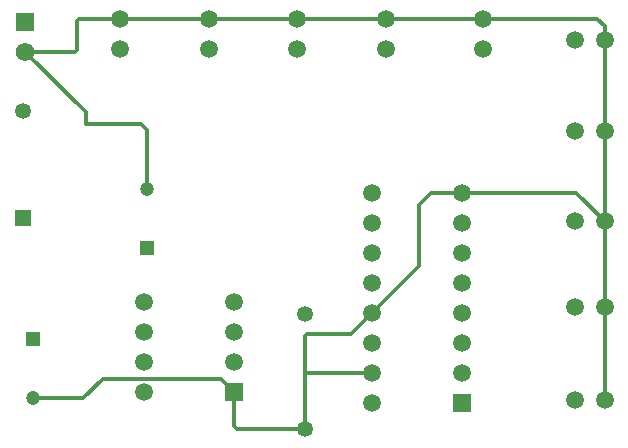
<source format=gbr>
%TF.GenerationSoftware,Altium Limited,Altium Designer,22.8.2 (66)*%
G04 Layer_Physical_Order=2*
G04 Layer_Color=16711680*
%FSLAX45Y45*%
%MOMM*%
%TF.SameCoordinates,7D29B654-BFA4-4C5B-9AD4-86D38D862F27*%
%TF.FilePolarity,Positive*%
%TF.FileFunction,Copper,L2,Bot,Signal*%
%TF.Part,Single*%
G01*
G75*
%TA.AperFunction,Conductor*%
%ADD12C,0.30000*%
%TA.AperFunction,ComponentPad*%
%ADD13R,1.57000X1.57000*%
%ADD14C,1.57000*%
%ADD15R,1.35000X1.35000*%
%ADD16C,1.35000*%
%ADD17R,1.50000X1.50000*%
%ADD18C,1.50000*%
%ADD19C,1.20000*%
%ADD20R,1.20000X1.20000*%
D12*
X1069677Y585300D02*
X2069000D01*
X2184400Y469900D01*
X482600Y423100D02*
X907477D01*
X1069677Y585300D01*
X2798874Y965200D02*
X3175000D01*
X2781300Y617426D02*
Y947626D01*
X2798874Y965200D01*
X5321316Y1193816D02*
Y1917716D01*
X414600Y3352800D02*
X927100Y2840300D01*
Y2743200D02*
Y2840300D01*
X5080033Y2159000D02*
X5321316Y1917716D01*
X4114800Y2159000D02*
X5080033D01*
X927100Y2743200D02*
X1397000D01*
X1447800Y2692400D01*
Y2193100D02*
Y2692400D01*
X5257784Y3632216D02*
X5321316Y3568684D01*
Y3455216D02*
Y3568684D01*
X4292584Y3632216D02*
X5257784D01*
X1219184Y3632200D02*
X1219200Y3632216D01*
X868474Y3632200D02*
X1219184D01*
X850900Y3370374D02*
Y3614626D01*
X868474Y3632200D01*
X833326Y3352800D02*
X850900Y3370374D01*
X414600Y3352800D02*
X833326D01*
X1219200Y3632216D02*
X1968500D01*
X2717784D02*
X3467084D01*
X1968500D02*
X2717784D01*
X3467084D02*
X4292584D01*
X5321316Y2679700D02*
Y3455216D01*
Y1917716D02*
Y2679700D01*
Y406416D02*
Y1193816D01*
X3848100Y2159000D02*
X4114800D01*
X3746500Y2057400D02*
X3848100Y2159000D01*
X3746500Y1536700D02*
Y2057400D01*
X3352800Y1143000D02*
X3746500Y1536700D01*
X3175000Y965200D02*
X3352800Y1143000D01*
X2781300Y157700D02*
Y617426D01*
X2798874Y635000D02*
X3352800D01*
X2781300Y617426D02*
X2798874Y635000D01*
X2184400Y182674D02*
X2209374Y157700D01*
X2184400Y182674D02*
Y469900D01*
X2209374Y157700D02*
X2781300D01*
D13*
X414600Y3606800D02*
D03*
D14*
Y3352800D02*
D03*
D15*
X395100Y1950300D02*
D03*
D16*
Y2850300D02*
D03*
X2781300Y1137700D02*
D03*
Y157700D02*
D03*
D17*
X2184400Y469900D02*
D03*
X4114800Y381000D02*
D03*
D18*
X2184400Y723900D02*
D03*
Y977900D02*
D03*
Y1231900D02*
D03*
X1422400Y469900D02*
D03*
Y723900D02*
D03*
Y977900D02*
D03*
Y1231900D02*
D03*
X3352800Y2159000D02*
D03*
Y1905000D02*
D03*
Y1651000D02*
D03*
Y1397000D02*
D03*
Y1143000D02*
D03*
Y889000D02*
D03*
Y635000D02*
D03*
Y381000D02*
D03*
X4114800Y2159000D02*
D03*
Y1905000D02*
D03*
Y1651000D02*
D03*
Y1397000D02*
D03*
Y1143000D02*
D03*
Y889000D02*
D03*
Y635000D02*
D03*
X1219200Y3632216D02*
D03*
Y3378216D02*
D03*
X1968500Y3632216D02*
D03*
Y3378216D02*
D03*
X2717784Y3632216D02*
D03*
Y3378216D02*
D03*
X3467084Y3632216D02*
D03*
Y3378216D02*
D03*
X4292584Y3632216D02*
D03*
Y3378216D02*
D03*
X5321316Y3455216D02*
D03*
X5067316D02*
D03*
X5321316Y2679700D02*
D03*
X5067316D02*
D03*
X5321316Y406416D02*
D03*
X5067316D02*
D03*
X5321316Y1193816D02*
D03*
X5067316D02*
D03*
X5321316Y1917716D02*
D03*
X5067316D02*
D03*
D19*
X1447800Y2193100D02*
D03*
X482600Y423100D02*
D03*
D20*
X1447800Y1693100D02*
D03*
X482600Y923100D02*
D03*
%TF.MD5,6e05b3ff064c5ce489aaa7bd0fc1340a*%
M02*

</source>
